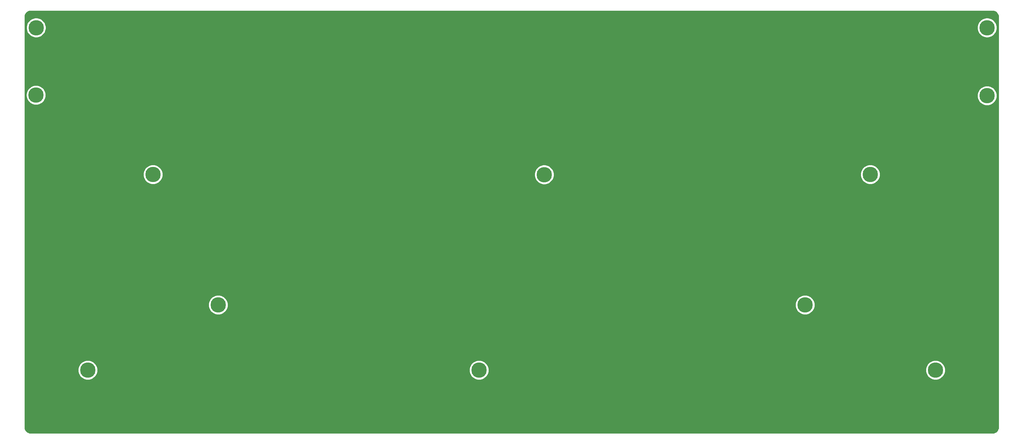
<source format=gbr>
G04 #@! TF.GenerationSoftware,KiCad,Pcbnew,(5.1.6)-1*
G04 #@! TF.CreationDate,2020-11-14T19:27:32+01:00*
G04 #@! TF.ProjectId,punk75_bottom_eotw,70756e6b-3735-45f6-926f-74746f6d5f65,rev?*
G04 #@! TF.SameCoordinates,Original*
G04 #@! TF.FileFunction,Copper,L2,Bot*
G04 #@! TF.FilePolarity,Positive*
%FSLAX46Y46*%
G04 Gerber Fmt 4.6, Leading zero omitted, Abs format (unit mm)*
G04 Created by KiCad (PCBNEW (5.1.6)-1) date 2020-11-14 19:27:32*
%MOMM*%
%LPD*%
G01*
G04 APERTURE LIST*
G04 #@! TA.AperFunction,ComponentPad*
%ADD10C,4.500000*%
G04 #@! TD*
G04 #@! TA.AperFunction,NonConductor*
%ADD11C,0.254000*%
G04 #@! TD*
G04 APERTURE END LIST*
D10*
X307975000Y-192087500D03*
X136525000Y-192087500D03*
X361156250Y-130968750D03*
X361156250Y-111125000D03*
X83312000Y-130810000D03*
X83343750Y-111125000D03*
X231775000Y-154051000D03*
X327025000Y-154000000D03*
X346075000Y-211137500D03*
X212725000Y-211137500D03*
X98425000Y-211137500D03*
X117475000Y-154010000D03*
D11*
G36*
X363077460Y-106264636D02*
G01*
X363398460Y-106361551D01*
X363694525Y-106518971D01*
X363954373Y-106730899D01*
X364168108Y-106989260D01*
X364327588Y-107284214D01*
X364426744Y-107604532D01*
X364465000Y-107968512D01*
X364465001Y-227773961D01*
X364429114Y-228139960D01*
X364332198Y-228460962D01*
X364174779Y-228757025D01*
X363962851Y-229016873D01*
X363704492Y-229230606D01*
X363409536Y-229390088D01*
X363089219Y-229489243D01*
X362725229Y-229527500D01*
X81788529Y-229527500D01*
X81422540Y-229491614D01*
X81101538Y-229394698D01*
X80805475Y-229237279D01*
X80545627Y-229025351D01*
X80331894Y-228766992D01*
X80172412Y-228472036D01*
X80073257Y-228151719D01*
X80035000Y-227787729D01*
X80035000Y-210853352D01*
X95540000Y-210853352D01*
X95540000Y-211421648D01*
X95650869Y-211979023D01*
X95868346Y-212504060D01*
X96184074Y-212976580D01*
X96585920Y-213378426D01*
X97058440Y-213694154D01*
X97583477Y-213911631D01*
X98140852Y-214022500D01*
X98709148Y-214022500D01*
X99266523Y-213911631D01*
X99791560Y-213694154D01*
X100264080Y-213378426D01*
X100665926Y-212976580D01*
X100981654Y-212504060D01*
X101199131Y-211979023D01*
X101310000Y-211421648D01*
X101310000Y-210853352D01*
X209840000Y-210853352D01*
X209840000Y-211421648D01*
X209950869Y-211979023D01*
X210168346Y-212504060D01*
X210484074Y-212976580D01*
X210885920Y-213378426D01*
X211358440Y-213694154D01*
X211883477Y-213911631D01*
X212440852Y-214022500D01*
X213009148Y-214022500D01*
X213566523Y-213911631D01*
X214091560Y-213694154D01*
X214564080Y-213378426D01*
X214965926Y-212976580D01*
X215281654Y-212504060D01*
X215499131Y-211979023D01*
X215610000Y-211421648D01*
X215610000Y-210853352D01*
X343190000Y-210853352D01*
X343190000Y-211421648D01*
X343300869Y-211979023D01*
X343518346Y-212504060D01*
X343834074Y-212976580D01*
X344235920Y-213378426D01*
X344708440Y-213694154D01*
X345233477Y-213911631D01*
X345790852Y-214022500D01*
X346359148Y-214022500D01*
X346916523Y-213911631D01*
X347441560Y-213694154D01*
X347914080Y-213378426D01*
X348315926Y-212976580D01*
X348631654Y-212504060D01*
X348849131Y-211979023D01*
X348960000Y-211421648D01*
X348960000Y-210853352D01*
X348849131Y-210295977D01*
X348631654Y-209770940D01*
X348315926Y-209298420D01*
X347914080Y-208896574D01*
X347441560Y-208580846D01*
X346916523Y-208363369D01*
X346359148Y-208252500D01*
X345790852Y-208252500D01*
X345233477Y-208363369D01*
X344708440Y-208580846D01*
X344235920Y-208896574D01*
X343834074Y-209298420D01*
X343518346Y-209770940D01*
X343300869Y-210295977D01*
X343190000Y-210853352D01*
X215610000Y-210853352D01*
X215499131Y-210295977D01*
X215281654Y-209770940D01*
X214965926Y-209298420D01*
X214564080Y-208896574D01*
X214091560Y-208580846D01*
X213566523Y-208363369D01*
X213009148Y-208252500D01*
X212440852Y-208252500D01*
X211883477Y-208363369D01*
X211358440Y-208580846D01*
X210885920Y-208896574D01*
X210484074Y-209298420D01*
X210168346Y-209770940D01*
X209950869Y-210295977D01*
X209840000Y-210853352D01*
X101310000Y-210853352D01*
X101199131Y-210295977D01*
X100981654Y-209770940D01*
X100665926Y-209298420D01*
X100264080Y-208896574D01*
X99791560Y-208580846D01*
X99266523Y-208363369D01*
X98709148Y-208252500D01*
X98140852Y-208252500D01*
X97583477Y-208363369D01*
X97058440Y-208580846D01*
X96585920Y-208896574D01*
X96184074Y-209298420D01*
X95868346Y-209770940D01*
X95650869Y-210295977D01*
X95540000Y-210853352D01*
X80035000Y-210853352D01*
X80035000Y-191803352D01*
X133640000Y-191803352D01*
X133640000Y-192371648D01*
X133750869Y-192929023D01*
X133968346Y-193454060D01*
X134284074Y-193926580D01*
X134685920Y-194328426D01*
X135158440Y-194644154D01*
X135683477Y-194861631D01*
X136240852Y-194972500D01*
X136809148Y-194972500D01*
X137366523Y-194861631D01*
X137891560Y-194644154D01*
X138364080Y-194328426D01*
X138765926Y-193926580D01*
X139081654Y-193454060D01*
X139299131Y-192929023D01*
X139410000Y-192371648D01*
X139410000Y-191803352D01*
X305090000Y-191803352D01*
X305090000Y-192371648D01*
X305200869Y-192929023D01*
X305418346Y-193454060D01*
X305734074Y-193926580D01*
X306135920Y-194328426D01*
X306608440Y-194644154D01*
X307133477Y-194861631D01*
X307690852Y-194972500D01*
X308259148Y-194972500D01*
X308816523Y-194861631D01*
X309341560Y-194644154D01*
X309814080Y-194328426D01*
X310215926Y-193926580D01*
X310531654Y-193454060D01*
X310749131Y-192929023D01*
X310860000Y-192371648D01*
X310860000Y-191803352D01*
X310749131Y-191245977D01*
X310531654Y-190720940D01*
X310215926Y-190248420D01*
X309814080Y-189846574D01*
X309341560Y-189530846D01*
X308816523Y-189313369D01*
X308259148Y-189202500D01*
X307690852Y-189202500D01*
X307133477Y-189313369D01*
X306608440Y-189530846D01*
X306135920Y-189846574D01*
X305734074Y-190248420D01*
X305418346Y-190720940D01*
X305200869Y-191245977D01*
X305090000Y-191803352D01*
X139410000Y-191803352D01*
X139299131Y-191245977D01*
X139081654Y-190720940D01*
X138765926Y-190248420D01*
X138364080Y-189846574D01*
X137891560Y-189530846D01*
X137366523Y-189313369D01*
X136809148Y-189202500D01*
X136240852Y-189202500D01*
X135683477Y-189313369D01*
X135158440Y-189530846D01*
X134685920Y-189846574D01*
X134284074Y-190248420D01*
X133968346Y-190720940D01*
X133750869Y-191245977D01*
X133640000Y-191803352D01*
X80035000Y-191803352D01*
X80035000Y-153725852D01*
X114590000Y-153725852D01*
X114590000Y-154294148D01*
X114700869Y-154851523D01*
X114918346Y-155376560D01*
X115234074Y-155849080D01*
X115635920Y-156250926D01*
X116108440Y-156566654D01*
X116633477Y-156784131D01*
X117190852Y-156895000D01*
X117759148Y-156895000D01*
X118316523Y-156784131D01*
X118841560Y-156566654D01*
X119314080Y-156250926D01*
X119715926Y-155849080D01*
X120031654Y-155376560D01*
X120249131Y-154851523D01*
X120360000Y-154294148D01*
X120360000Y-153766852D01*
X228890000Y-153766852D01*
X228890000Y-154335148D01*
X229000869Y-154892523D01*
X229218346Y-155417560D01*
X229534074Y-155890080D01*
X229935920Y-156291926D01*
X230408440Y-156607654D01*
X230933477Y-156825131D01*
X231490852Y-156936000D01*
X232059148Y-156936000D01*
X232616523Y-156825131D01*
X233141560Y-156607654D01*
X233614080Y-156291926D01*
X234015926Y-155890080D01*
X234331654Y-155417560D01*
X234549131Y-154892523D01*
X234660000Y-154335148D01*
X234660000Y-153766852D01*
X234649856Y-153715852D01*
X324140000Y-153715852D01*
X324140000Y-154284148D01*
X324250869Y-154841523D01*
X324468346Y-155366560D01*
X324784074Y-155839080D01*
X325185920Y-156240926D01*
X325658440Y-156556654D01*
X326183477Y-156774131D01*
X326740852Y-156885000D01*
X327309148Y-156885000D01*
X327866523Y-156774131D01*
X328391560Y-156556654D01*
X328864080Y-156240926D01*
X329265926Y-155839080D01*
X329581654Y-155366560D01*
X329799131Y-154841523D01*
X329910000Y-154284148D01*
X329910000Y-153715852D01*
X329799131Y-153158477D01*
X329581654Y-152633440D01*
X329265926Y-152160920D01*
X328864080Y-151759074D01*
X328391560Y-151443346D01*
X327866523Y-151225869D01*
X327309148Y-151115000D01*
X326740852Y-151115000D01*
X326183477Y-151225869D01*
X325658440Y-151443346D01*
X325185920Y-151759074D01*
X324784074Y-152160920D01*
X324468346Y-152633440D01*
X324250869Y-153158477D01*
X324140000Y-153715852D01*
X234649856Y-153715852D01*
X234549131Y-153209477D01*
X234331654Y-152684440D01*
X234015926Y-152211920D01*
X233614080Y-151810074D01*
X233141560Y-151494346D01*
X232616523Y-151276869D01*
X232059148Y-151166000D01*
X231490852Y-151166000D01*
X230933477Y-151276869D01*
X230408440Y-151494346D01*
X229935920Y-151810074D01*
X229534074Y-152211920D01*
X229218346Y-152684440D01*
X229000869Y-153209477D01*
X228890000Y-153766852D01*
X120360000Y-153766852D01*
X120360000Y-153725852D01*
X120249131Y-153168477D01*
X120031654Y-152643440D01*
X119715926Y-152170920D01*
X119314080Y-151769074D01*
X118841560Y-151453346D01*
X118316523Y-151235869D01*
X117759148Y-151125000D01*
X117190852Y-151125000D01*
X116633477Y-151235869D01*
X116108440Y-151453346D01*
X115635920Y-151769074D01*
X115234074Y-152170920D01*
X114918346Y-152643440D01*
X114700869Y-153168477D01*
X114590000Y-153725852D01*
X80035000Y-153725852D01*
X80035000Y-130525852D01*
X80427000Y-130525852D01*
X80427000Y-131094148D01*
X80537869Y-131651523D01*
X80755346Y-132176560D01*
X81071074Y-132649080D01*
X81472920Y-133050926D01*
X81945440Y-133366654D01*
X82470477Y-133584131D01*
X83027852Y-133695000D01*
X83596148Y-133695000D01*
X84153523Y-133584131D01*
X84678560Y-133366654D01*
X85151080Y-133050926D01*
X85552926Y-132649080D01*
X85868654Y-132176560D01*
X86086131Y-131651523D01*
X86197000Y-131094148D01*
X86197000Y-130684602D01*
X358271250Y-130684602D01*
X358271250Y-131252898D01*
X358382119Y-131810273D01*
X358599596Y-132335310D01*
X358915324Y-132807830D01*
X359317170Y-133209676D01*
X359789690Y-133525404D01*
X360314727Y-133742881D01*
X360872102Y-133853750D01*
X361440398Y-133853750D01*
X361997773Y-133742881D01*
X362522810Y-133525404D01*
X362995330Y-133209676D01*
X363397176Y-132807830D01*
X363712904Y-132335310D01*
X363930381Y-131810273D01*
X364041250Y-131252898D01*
X364041250Y-130684602D01*
X363930381Y-130127227D01*
X363712904Y-129602190D01*
X363397176Y-129129670D01*
X362995330Y-128727824D01*
X362522810Y-128412096D01*
X361997773Y-128194619D01*
X361440398Y-128083750D01*
X360872102Y-128083750D01*
X360314727Y-128194619D01*
X359789690Y-128412096D01*
X359317170Y-128727824D01*
X358915324Y-129129670D01*
X358599596Y-129602190D01*
X358382119Y-130127227D01*
X358271250Y-130684602D01*
X86197000Y-130684602D01*
X86197000Y-130525852D01*
X86086131Y-129968477D01*
X85868654Y-129443440D01*
X85552926Y-128970920D01*
X85151080Y-128569074D01*
X84678560Y-128253346D01*
X84153523Y-128035869D01*
X83596148Y-127925000D01*
X83027852Y-127925000D01*
X82470477Y-128035869D01*
X81945440Y-128253346D01*
X81472920Y-128569074D01*
X81071074Y-128970920D01*
X80755346Y-129443440D01*
X80537869Y-129968477D01*
X80427000Y-130525852D01*
X80035000Y-130525852D01*
X80035000Y-110840852D01*
X80458750Y-110840852D01*
X80458750Y-111409148D01*
X80569619Y-111966523D01*
X80787096Y-112491560D01*
X81102824Y-112964080D01*
X81504670Y-113365926D01*
X81977190Y-113681654D01*
X82502227Y-113899131D01*
X83059602Y-114010000D01*
X83627898Y-114010000D01*
X84185273Y-113899131D01*
X84710310Y-113681654D01*
X85182830Y-113365926D01*
X85584676Y-112964080D01*
X85900404Y-112491560D01*
X86117881Y-111966523D01*
X86228750Y-111409148D01*
X86228750Y-110840852D01*
X358271250Y-110840852D01*
X358271250Y-111409148D01*
X358382119Y-111966523D01*
X358599596Y-112491560D01*
X358915324Y-112964080D01*
X359317170Y-113365926D01*
X359789690Y-113681654D01*
X360314727Y-113899131D01*
X360872102Y-114010000D01*
X361440398Y-114010000D01*
X361997773Y-113899131D01*
X362522810Y-113681654D01*
X362995330Y-113365926D01*
X363397176Y-112964080D01*
X363712904Y-112491560D01*
X363930381Y-111966523D01*
X364041250Y-111409148D01*
X364041250Y-110840852D01*
X363930381Y-110283477D01*
X363712904Y-109758440D01*
X363397176Y-109285920D01*
X362995330Y-108884074D01*
X362522810Y-108568346D01*
X361997773Y-108350869D01*
X361440398Y-108240000D01*
X360872102Y-108240000D01*
X360314727Y-108350869D01*
X359789690Y-108568346D01*
X359317170Y-108884074D01*
X358915324Y-109285920D01*
X358599596Y-109758440D01*
X358382119Y-110283477D01*
X358271250Y-110840852D01*
X86228750Y-110840852D01*
X86117881Y-110283477D01*
X85900404Y-109758440D01*
X85584676Y-109285920D01*
X85182830Y-108884074D01*
X84710310Y-108568346D01*
X84185273Y-108350869D01*
X83627898Y-108240000D01*
X83059602Y-108240000D01*
X82502227Y-108350869D01*
X81977190Y-108568346D01*
X81504670Y-108884074D01*
X81102824Y-109285920D01*
X80787096Y-109758440D01*
X80569619Y-110283477D01*
X80458750Y-110840852D01*
X80035000Y-110840852D01*
X80035000Y-107982279D01*
X80070886Y-107616290D01*
X80167801Y-107295290D01*
X80325221Y-106999225D01*
X80537149Y-106739377D01*
X80795510Y-106525642D01*
X81090464Y-106366162D01*
X81410782Y-106267006D01*
X81774762Y-106228750D01*
X362711471Y-106228750D01*
X363077460Y-106264636D01*
G37*
X363077460Y-106264636D02*
X363398460Y-106361551D01*
X363694525Y-106518971D01*
X363954373Y-106730899D01*
X364168108Y-106989260D01*
X364327588Y-107284214D01*
X364426744Y-107604532D01*
X364465000Y-107968512D01*
X364465001Y-227773961D01*
X364429114Y-228139960D01*
X364332198Y-228460962D01*
X364174779Y-228757025D01*
X363962851Y-229016873D01*
X363704492Y-229230606D01*
X363409536Y-229390088D01*
X363089219Y-229489243D01*
X362725229Y-229527500D01*
X81788529Y-229527500D01*
X81422540Y-229491614D01*
X81101538Y-229394698D01*
X80805475Y-229237279D01*
X80545627Y-229025351D01*
X80331894Y-228766992D01*
X80172412Y-228472036D01*
X80073257Y-228151719D01*
X80035000Y-227787729D01*
X80035000Y-210853352D01*
X95540000Y-210853352D01*
X95540000Y-211421648D01*
X95650869Y-211979023D01*
X95868346Y-212504060D01*
X96184074Y-212976580D01*
X96585920Y-213378426D01*
X97058440Y-213694154D01*
X97583477Y-213911631D01*
X98140852Y-214022500D01*
X98709148Y-214022500D01*
X99266523Y-213911631D01*
X99791560Y-213694154D01*
X100264080Y-213378426D01*
X100665926Y-212976580D01*
X100981654Y-212504060D01*
X101199131Y-211979023D01*
X101310000Y-211421648D01*
X101310000Y-210853352D01*
X209840000Y-210853352D01*
X209840000Y-211421648D01*
X209950869Y-211979023D01*
X210168346Y-212504060D01*
X210484074Y-212976580D01*
X210885920Y-213378426D01*
X211358440Y-213694154D01*
X211883477Y-213911631D01*
X212440852Y-214022500D01*
X213009148Y-214022500D01*
X213566523Y-213911631D01*
X214091560Y-213694154D01*
X214564080Y-213378426D01*
X214965926Y-212976580D01*
X215281654Y-212504060D01*
X215499131Y-211979023D01*
X215610000Y-211421648D01*
X215610000Y-210853352D01*
X343190000Y-210853352D01*
X343190000Y-211421648D01*
X343300869Y-211979023D01*
X343518346Y-212504060D01*
X343834074Y-212976580D01*
X344235920Y-213378426D01*
X344708440Y-213694154D01*
X345233477Y-213911631D01*
X345790852Y-214022500D01*
X346359148Y-214022500D01*
X346916523Y-213911631D01*
X347441560Y-213694154D01*
X347914080Y-213378426D01*
X348315926Y-212976580D01*
X348631654Y-212504060D01*
X348849131Y-211979023D01*
X348960000Y-211421648D01*
X348960000Y-210853352D01*
X348849131Y-210295977D01*
X348631654Y-209770940D01*
X348315926Y-209298420D01*
X347914080Y-208896574D01*
X347441560Y-208580846D01*
X346916523Y-208363369D01*
X346359148Y-208252500D01*
X345790852Y-208252500D01*
X345233477Y-208363369D01*
X344708440Y-208580846D01*
X344235920Y-208896574D01*
X343834074Y-209298420D01*
X343518346Y-209770940D01*
X343300869Y-210295977D01*
X343190000Y-210853352D01*
X215610000Y-210853352D01*
X215499131Y-210295977D01*
X215281654Y-209770940D01*
X214965926Y-209298420D01*
X214564080Y-208896574D01*
X214091560Y-208580846D01*
X213566523Y-208363369D01*
X213009148Y-208252500D01*
X212440852Y-208252500D01*
X211883477Y-208363369D01*
X211358440Y-208580846D01*
X210885920Y-208896574D01*
X210484074Y-209298420D01*
X210168346Y-209770940D01*
X209950869Y-210295977D01*
X209840000Y-210853352D01*
X101310000Y-210853352D01*
X101199131Y-210295977D01*
X100981654Y-209770940D01*
X100665926Y-209298420D01*
X100264080Y-208896574D01*
X99791560Y-208580846D01*
X99266523Y-208363369D01*
X98709148Y-208252500D01*
X98140852Y-208252500D01*
X97583477Y-208363369D01*
X97058440Y-208580846D01*
X96585920Y-208896574D01*
X96184074Y-209298420D01*
X95868346Y-209770940D01*
X95650869Y-210295977D01*
X95540000Y-210853352D01*
X80035000Y-210853352D01*
X80035000Y-191803352D01*
X133640000Y-191803352D01*
X133640000Y-192371648D01*
X133750869Y-192929023D01*
X133968346Y-193454060D01*
X134284074Y-193926580D01*
X134685920Y-194328426D01*
X135158440Y-194644154D01*
X135683477Y-194861631D01*
X136240852Y-194972500D01*
X136809148Y-194972500D01*
X137366523Y-194861631D01*
X137891560Y-194644154D01*
X138364080Y-194328426D01*
X138765926Y-193926580D01*
X139081654Y-193454060D01*
X139299131Y-192929023D01*
X139410000Y-192371648D01*
X139410000Y-191803352D01*
X305090000Y-191803352D01*
X305090000Y-192371648D01*
X305200869Y-192929023D01*
X305418346Y-193454060D01*
X305734074Y-193926580D01*
X306135920Y-194328426D01*
X306608440Y-194644154D01*
X307133477Y-194861631D01*
X307690852Y-194972500D01*
X308259148Y-194972500D01*
X308816523Y-194861631D01*
X309341560Y-194644154D01*
X309814080Y-194328426D01*
X310215926Y-193926580D01*
X310531654Y-193454060D01*
X310749131Y-192929023D01*
X310860000Y-192371648D01*
X310860000Y-191803352D01*
X310749131Y-191245977D01*
X310531654Y-190720940D01*
X310215926Y-190248420D01*
X309814080Y-189846574D01*
X309341560Y-189530846D01*
X308816523Y-189313369D01*
X308259148Y-189202500D01*
X307690852Y-189202500D01*
X307133477Y-189313369D01*
X306608440Y-189530846D01*
X306135920Y-189846574D01*
X305734074Y-190248420D01*
X305418346Y-190720940D01*
X305200869Y-191245977D01*
X305090000Y-191803352D01*
X139410000Y-191803352D01*
X139299131Y-191245977D01*
X139081654Y-190720940D01*
X138765926Y-190248420D01*
X138364080Y-189846574D01*
X137891560Y-189530846D01*
X137366523Y-189313369D01*
X136809148Y-189202500D01*
X136240852Y-189202500D01*
X135683477Y-189313369D01*
X135158440Y-189530846D01*
X134685920Y-189846574D01*
X134284074Y-190248420D01*
X133968346Y-190720940D01*
X133750869Y-191245977D01*
X133640000Y-191803352D01*
X80035000Y-191803352D01*
X80035000Y-153725852D01*
X114590000Y-153725852D01*
X114590000Y-154294148D01*
X114700869Y-154851523D01*
X114918346Y-155376560D01*
X115234074Y-155849080D01*
X115635920Y-156250926D01*
X116108440Y-156566654D01*
X116633477Y-156784131D01*
X117190852Y-156895000D01*
X117759148Y-156895000D01*
X118316523Y-156784131D01*
X118841560Y-156566654D01*
X119314080Y-156250926D01*
X119715926Y-155849080D01*
X120031654Y-155376560D01*
X120249131Y-154851523D01*
X120360000Y-154294148D01*
X120360000Y-153766852D01*
X228890000Y-153766852D01*
X228890000Y-154335148D01*
X229000869Y-154892523D01*
X229218346Y-155417560D01*
X229534074Y-155890080D01*
X229935920Y-156291926D01*
X230408440Y-156607654D01*
X230933477Y-156825131D01*
X231490852Y-156936000D01*
X232059148Y-156936000D01*
X232616523Y-156825131D01*
X233141560Y-156607654D01*
X233614080Y-156291926D01*
X234015926Y-155890080D01*
X234331654Y-155417560D01*
X234549131Y-154892523D01*
X234660000Y-154335148D01*
X234660000Y-153766852D01*
X234649856Y-153715852D01*
X324140000Y-153715852D01*
X324140000Y-154284148D01*
X324250869Y-154841523D01*
X324468346Y-155366560D01*
X324784074Y-155839080D01*
X325185920Y-156240926D01*
X325658440Y-156556654D01*
X326183477Y-156774131D01*
X326740852Y-156885000D01*
X327309148Y-156885000D01*
X327866523Y-156774131D01*
X328391560Y-156556654D01*
X328864080Y-156240926D01*
X329265926Y-155839080D01*
X329581654Y-155366560D01*
X329799131Y-154841523D01*
X329910000Y-154284148D01*
X329910000Y-153715852D01*
X329799131Y-153158477D01*
X329581654Y-152633440D01*
X329265926Y-152160920D01*
X328864080Y-151759074D01*
X328391560Y-151443346D01*
X327866523Y-151225869D01*
X327309148Y-151115000D01*
X326740852Y-151115000D01*
X326183477Y-151225869D01*
X325658440Y-151443346D01*
X325185920Y-151759074D01*
X324784074Y-152160920D01*
X324468346Y-152633440D01*
X324250869Y-153158477D01*
X324140000Y-153715852D01*
X234649856Y-153715852D01*
X234549131Y-153209477D01*
X234331654Y-152684440D01*
X234015926Y-152211920D01*
X233614080Y-151810074D01*
X233141560Y-151494346D01*
X232616523Y-151276869D01*
X232059148Y-151166000D01*
X231490852Y-151166000D01*
X230933477Y-151276869D01*
X230408440Y-151494346D01*
X229935920Y-151810074D01*
X229534074Y-152211920D01*
X229218346Y-152684440D01*
X229000869Y-153209477D01*
X228890000Y-153766852D01*
X120360000Y-153766852D01*
X120360000Y-153725852D01*
X120249131Y-153168477D01*
X120031654Y-152643440D01*
X119715926Y-152170920D01*
X119314080Y-151769074D01*
X118841560Y-151453346D01*
X118316523Y-151235869D01*
X117759148Y-151125000D01*
X117190852Y-151125000D01*
X116633477Y-151235869D01*
X116108440Y-151453346D01*
X115635920Y-151769074D01*
X115234074Y-152170920D01*
X114918346Y-152643440D01*
X114700869Y-153168477D01*
X114590000Y-153725852D01*
X80035000Y-153725852D01*
X80035000Y-130525852D01*
X80427000Y-130525852D01*
X80427000Y-131094148D01*
X80537869Y-131651523D01*
X80755346Y-132176560D01*
X81071074Y-132649080D01*
X81472920Y-133050926D01*
X81945440Y-133366654D01*
X82470477Y-133584131D01*
X83027852Y-133695000D01*
X83596148Y-133695000D01*
X84153523Y-133584131D01*
X84678560Y-133366654D01*
X85151080Y-133050926D01*
X85552926Y-132649080D01*
X85868654Y-132176560D01*
X86086131Y-131651523D01*
X86197000Y-131094148D01*
X86197000Y-130684602D01*
X358271250Y-130684602D01*
X358271250Y-131252898D01*
X358382119Y-131810273D01*
X358599596Y-132335310D01*
X358915324Y-132807830D01*
X359317170Y-133209676D01*
X359789690Y-133525404D01*
X360314727Y-133742881D01*
X360872102Y-133853750D01*
X361440398Y-133853750D01*
X361997773Y-133742881D01*
X362522810Y-133525404D01*
X362995330Y-133209676D01*
X363397176Y-132807830D01*
X363712904Y-132335310D01*
X363930381Y-131810273D01*
X364041250Y-131252898D01*
X364041250Y-130684602D01*
X363930381Y-130127227D01*
X363712904Y-129602190D01*
X363397176Y-129129670D01*
X362995330Y-128727824D01*
X362522810Y-128412096D01*
X361997773Y-128194619D01*
X361440398Y-128083750D01*
X360872102Y-128083750D01*
X360314727Y-128194619D01*
X359789690Y-128412096D01*
X359317170Y-128727824D01*
X358915324Y-129129670D01*
X358599596Y-129602190D01*
X358382119Y-130127227D01*
X358271250Y-130684602D01*
X86197000Y-130684602D01*
X86197000Y-130525852D01*
X86086131Y-129968477D01*
X85868654Y-129443440D01*
X85552926Y-128970920D01*
X85151080Y-128569074D01*
X84678560Y-128253346D01*
X84153523Y-128035869D01*
X83596148Y-127925000D01*
X83027852Y-127925000D01*
X82470477Y-128035869D01*
X81945440Y-128253346D01*
X81472920Y-128569074D01*
X81071074Y-128970920D01*
X80755346Y-129443440D01*
X80537869Y-129968477D01*
X80427000Y-130525852D01*
X80035000Y-130525852D01*
X80035000Y-110840852D01*
X80458750Y-110840852D01*
X80458750Y-111409148D01*
X80569619Y-111966523D01*
X80787096Y-112491560D01*
X81102824Y-112964080D01*
X81504670Y-113365926D01*
X81977190Y-113681654D01*
X82502227Y-113899131D01*
X83059602Y-114010000D01*
X83627898Y-114010000D01*
X84185273Y-113899131D01*
X84710310Y-113681654D01*
X85182830Y-113365926D01*
X85584676Y-112964080D01*
X85900404Y-112491560D01*
X86117881Y-111966523D01*
X86228750Y-111409148D01*
X86228750Y-110840852D01*
X358271250Y-110840852D01*
X358271250Y-111409148D01*
X358382119Y-111966523D01*
X358599596Y-112491560D01*
X358915324Y-112964080D01*
X359317170Y-113365926D01*
X359789690Y-113681654D01*
X360314727Y-113899131D01*
X360872102Y-114010000D01*
X361440398Y-114010000D01*
X361997773Y-113899131D01*
X362522810Y-113681654D01*
X362995330Y-113365926D01*
X363397176Y-112964080D01*
X363712904Y-112491560D01*
X363930381Y-111966523D01*
X364041250Y-111409148D01*
X364041250Y-110840852D01*
X363930381Y-110283477D01*
X363712904Y-109758440D01*
X363397176Y-109285920D01*
X362995330Y-108884074D01*
X362522810Y-108568346D01*
X361997773Y-108350869D01*
X361440398Y-108240000D01*
X360872102Y-108240000D01*
X360314727Y-108350869D01*
X359789690Y-108568346D01*
X359317170Y-108884074D01*
X358915324Y-109285920D01*
X358599596Y-109758440D01*
X358382119Y-110283477D01*
X358271250Y-110840852D01*
X86228750Y-110840852D01*
X86117881Y-110283477D01*
X85900404Y-109758440D01*
X85584676Y-109285920D01*
X85182830Y-108884074D01*
X84710310Y-108568346D01*
X84185273Y-108350869D01*
X83627898Y-108240000D01*
X83059602Y-108240000D01*
X82502227Y-108350869D01*
X81977190Y-108568346D01*
X81504670Y-108884074D01*
X81102824Y-109285920D01*
X80787096Y-109758440D01*
X80569619Y-110283477D01*
X80458750Y-110840852D01*
X80035000Y-110840852D01*
X80035000Y-107982279D01*
X80070886Y-107616290D01*
X80167801Y-107295290D01*
X80325221Y-106999225D01*
X80537149Y-106739377D01*
X80795510Y-106525642D01*
X81090464Y-106366162D01*
X81410782Y-106267006D01*
X81774762Y-106228750D01*
X362711471Y-106228750D01*
X363077460Y-106264636D01*
M02*

</source>
